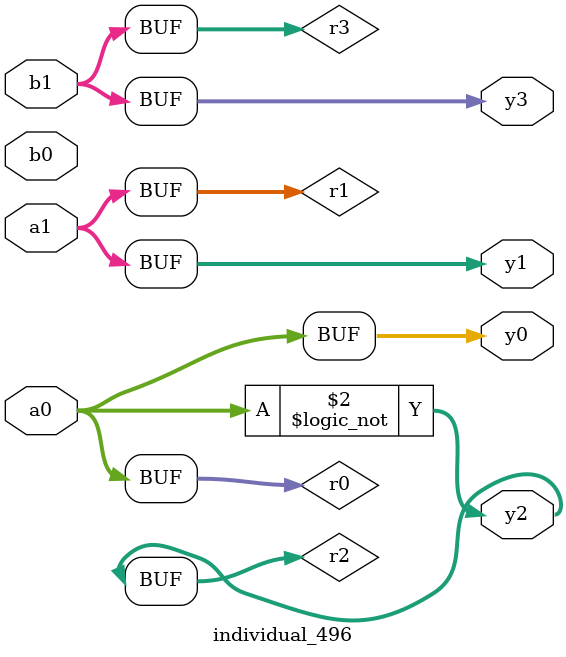
<source format=sv>
module individual_496(input logic [15:0] a1, input logic [15:0] a0, input logic [15:0] b1, input logic [15:0] b0, output logic [15:0] y3, output logic [15:0] y2, output logic [15:0] y1, output logic [15:0] y0);
logic [15:0] r0, r1, r2, r3; 
 always@(*) begin 
	 r0 = a0; r1 = a1; r2 = b0; r3 = b1; 
 	 r2 = ! r0 ;
 	 y3 = r3; y2 = r2; y1 = r1; y0 = r0; 
end
endmodule
</source>
